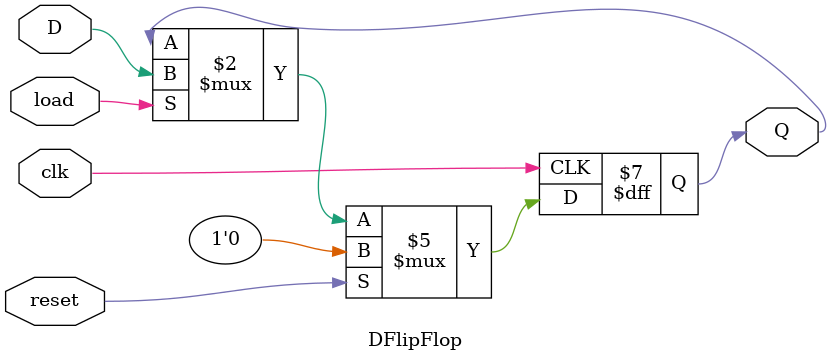
<source format=v>
`timescale 1ns / 1ps

module DFlipFlop(
    input clk,reset,
    input load,D,
    output reg Q
    );
    
    always@(posedge clk)
    begin
        if(reset)
        begin
            Q<=1'b0;
        end
        else if(load)
        begin
            Q<=D;
        end
   end
    
endmodule

</source>
